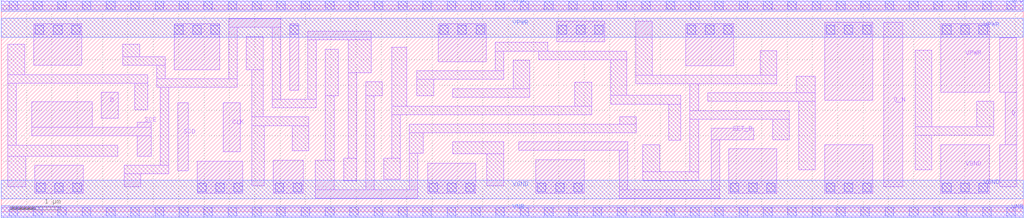
<source format=lef>
# Copyright 2020 The SkyWater PDK Authors
#
# Licensed under the Apache License, Version 2.0 (the "License");
# you may not use this file except in compliance with the License.
# You may obtain a copy of the License at
#
#     https://www.apache.org/licenses/LICENSE-2.0
#
# Unless required by applicable law or agreed to in writing, software
# distributed under the License is distributed on an "AS IS" BASIS,
# WITHOUT WARRANTIES OR CONDITIONS OF ANY KIND, either express or implied.
# See the License for the specific language governing permissions and
# limitations under the License.
#
# SPDX-License-Identifier: Apache-2.0

VERSION 5.7 ;
  NAMESCASESENSITIVE ON ;
  NOWIREEXTENSIONATPIN ON ;
  DIVIDERCHAR "/" ;
  BUSBITCHARS "[]" ;
UNITS
  DATABASE MICRONS 200 ;
END UNITS
MACRO sky130_fd_sc_hvl__sdfsbp_1
  CLASS CORE ;
  SOURCE USER ;
  FOREIGN sky130_fd_sc_hvl__sdfsbp_1 ;
  ORIGIN  0.000000  0.000000 ;
  SIZE  20.16000 BY  4.070000 ;
  SYMMETRY X Y ;
  SITE unithv ;
  PIN D
    ANTENNAGATEAREA  0.420000 ;
    DIRECTION INPUT ;
    USE SIGNAL ;
    PORT
      LAYER li1 ;
        RECT 1.975000 1.845000 2.305000 2.355000 ;
    END
  END D
  PIN Q
    ANTENNADIFFAREA  0.498750 ;
    DIRECTION OUTPUT ;
    USE SIGNAL ;
    PORT
      LAYER li1 ;
        RECT 19.700000 0.495000 20.035000 1.325000 ;
        RECT 19.700000 2.355000 20.035000 3.435000 ;
        RECT 19.805000 1.325000 20.035000 2.355000 ;
    END
  END Q
  PIN Q_N
    ANTENNADIFFAREA  0.611250 ;
    DIRECTION OUTPUT ;
    USE SIGNAL ;
    PORT
      LAYER li1 ;
        RECT 17.405000 0.495000 17.785000 3.735000 ;
    END
  END Q_N
  PIN SCD
    ANTENNAGATEAREA  0.420000 ;
    DIRECTION INPUT ;
    USE SIGNAL ;
    PORT
      LAYER li1 ;
        RECT 3.485000 0.810000 3.690000 2.150000 ;
    END
  END SCD
  PIN SCE
    ANTENNAGATEAREA  0.840000 ;
    DIRECTION INPUT ;
    USE SIGNAL ;
    PORT
      LAYER li1 ;
        RECT 0.605000 1.495000 2.955000 1.665000 ;
        RECT 0.605000 1.665000 1.795000 2.165000 ;
        RECT 2.680000 1.095000 2.955000 1.495000 ;
        RECT 2.680000 1.665000 2.955000 1.765000 ;
    END
  END SCE
  PIN SET_B
    ANTENNAGATEAREA  0.840000 ;
    DIRECTION INPUT ;
    USE SIGNAL ;
    PORT
      LAYER li1 ;
        RECT 10.205000 1.210000 12.355000 1.380000 ;
        RECT 12.185000 0.265000 14.170000 0.435000 ;
        RECT 12.185000 0.435000 12.355000 1.210000 ;
        RECT 14.000000 0.435000 14.170000 1.425000 ;
        RECT 14.000000 1.425000 14.845000 1.645000 ;
    END
  END SET_B
  PIN CLK
    ANTENNAGATEAREA  0.585000 ;
    DIRECTION INPUT ;
    USE CLOCK ;
    PORT
      LAYER li1 ;
        RECT 4.380000 1.180000 4.710000 2.150000 ;
    END
  END CLK
  PIN VGND
    DIRECTION INOUT ;
    USE GROUND ;
    PORT
      LAYER li1 ;
        RECT  0.665000 0.365000  1.615000 0.915000 ;
        RECT  3.870000 0.365000  4.760000 0.995000 ;
        RECT  5.370000 0.365000  5.960000 1.020000 ;
        RECT  8.410000 0.365000  9.360000 0.960000 ;
        RECT 10.545000 0.365000 11.495000 1.030000 ;
        RECT 14.350000 0.365000 15.300000 1.245000 ;
        RECT 16.240000 0.365000 17.190000 1.325000 ;
        RECT 18.535000 0.365000 19.485000 1.325000 ;
      LAYER mcon ;
        RECT  0.695000 0.395000  0.865000 0.565000 ;
        RECT  1.055000 0.395000  1.225000 0.565000 ;
        RECT  1.415000 0.395000  1.585000 0.565000 ;
        RECT  3.870000 0.395000  4.040000 0.565000 ;
        RECT  4.230000 0.395000  4.400000 0.565000 ;
        RECT  4.590000 0.395000  4.760000 0.565000 ;
        RECT  5.400000 0.395000  5.570000 0.565000 ;
        RECT  5.760000 0.395000  5.930000 0.565000 ;
        RECT  8.440000 0.395000  8.610000 0.565000 ;
        RECT  8.800000 0.395000  8.970000 0.565000 ;
        RECT  9.160000 0.395000  9.330000 0.565000 ;
        RECT 10.575000 0.395000 10.745000 0.565000 ;
        RECT 10.935000 0.395000 11.105000 0.565000 ;
        RECT 11.295000 0.395000 11.465000 0.565000 ;
        RECT 14.380000 0.395000 14.550000 0.565000 ;
        RECT 14.740000 0.395000 14.910000 0.565000 ;
        RECT 15.100000 0.395000 15.270000 0.565000 ;
        RECT 16.270000 0.395000 16.440000 0.565000 ;
        RECT 16.630000 0.395000 16.800000 0.565000 ;
        RECT 16.990000 0.395000 17.160000 0.565000 ;
        RECT 18.565000 0.395000 18.735000 0.565000 ;
        RECT 18.925000 0.395000 19.095000 0.565000 ;
        RECT 19.285000 0.395000 19.455000 0.565000 ;
      LAYER met1 ;
        RECT 0.000000 0.255000 20.160000 0.625000 ;
    END
  END VGND
  PIN VNB
    DIRECTION INOUT ;
    USE GROUND ;
    PORT
      LAYER li1 ;
        RECT 0.000000 -0.085000 20.160000 0.085000 ;
      LAYER mcon ;
        RECT  0.155000 -0.085000  0.325000 0.085000 ;
        RECT  0.635000 -0.085000  0.805000 0.085000 ;
        RECT  1.115000 -0.085000  1.285000 0.085000 ;
        RECT  1.595000 -0.085000  1.765000 0.085000 ;
        RECT  2.075000 -0.085000  2.245000 0.085000 ;
        RECT  2.555000 -0.085000  2.725000 0.085000 ;
        RECT  3.035000 -0.085000  3.205000 0.085000 ;
        RECT  3.515000 -0.085000  3.685000 0.085000 ;
        RECT  3.995000 -0.085000  4.165000 0.085000 ;
        RECT  4.475000 -0.085000  4.645000 0.085000 ;
        RECT  4.955000 -0.085000  5.125000 0.085000 ;
        RECT  5.435000 -0.085000  5.605000 0.085000 ;
        RECT  5.915000 -0.085000  6.085000 0.085000 ;
        RECT  6.395000 -0.085000  6.565000 0.085000 ;
        RECT  6.875000 -0.085000  7.045000 0.085000 ;
        RECT  7.355000 -0.085000  7.525000 0.085000 ;
        RECT  7.835000 -0.085000  8.005000 0.085000 ;
        RECT  8.315000 -0.085000  8.485000 0.085000 ;
        RECT  8.795000 -0.085000  8.965000 0.085000 ;
        RECT  9.275000 -0.085000  9.445000 0.085000 ;
        RECT  9.755000 -0.085000  9.925000 0.085000 ;
        RECT 10.235000 -0.085000 10.405000 0.085000 ;
        RECT 10.715000 -0.085000 10.885000 0.085000 ;
        RECT 11.195000 -0.085000 11.365000 0.085000 ;
        RECT 11.675000 -0.085000 11.845000 0.085000 ;
        RECT 12.155000 -0.085000 12.325000 0.085000 ;
        RECT 12.635000 -0.085000 12.805000 0.085000 ;
        RECT 13.115000 -0.085000 13.285000 0.085000 ;
        RECT 13.595000 -0.085000 13.765000 0.085000 ;
        RECT 14.075000 -0.085000 14.245000 0.085000 ;
        RECT 14.555000 -0.085000 14.725000 0.085000 ;
        RECT 15.035000 -0.085000 15.205000 0.085000 ;
        RECT 15.515000 -0.085000 15.685000 0.085000 ;
        RECT 15.995000 -0.085000 16.165000 0.085000 ;
        RECT 16.475000 -0.085000 16.645000 0.085000 ;
        RECT 16.955000 -0.085000 17.125000 0.085000 ;
        RECT 17.435000 -0.085000 17.605000 0.085000 ;
        RECT 17.915000 -0.085000 18.085000 0.085000 ;
        RECT 18.395000 -0.085000 18.565000 0.085000 ;
        RECT 18.875000 -0.085000 19.045000 0.085000 ;
        RECT 19.355000 -0.085000 19.525000 0.085000 ;
        RECT 19.835000 -0.085000 20.005000 0.085000 ;
      LAYER met1 ;
        RECT 0.000000 -0.115000 20.160000 0.115000 ;
    END
  END VNB
  PIN VPB
    DIRECTION INOUT ;
    USE POWER ;
    PORT
      LAYER li1 ;
        RECT 0.000000 3.985000 20.160000 4.155000 ;
      LAYER mcon ;
        RECT  0.155000 3.985000  0.325000 4.155000 ;
        RECT  0.635000 3.985000  0.805000 4.155000 ;
        RECT  1.115000 3.985000  1.285000 4.155000 ;
        RECT  1.595000 3.985000  1.765000 4.155000 ;
        RECT  2.075000 3.985000  2.245000 4.155000 ;
        RECT  2.555000 3.985000  2.725000 4.155000 ;
        RECT  3.035000 3.985000  3.205000 4.155000 ;
        RECT  3.515000 3.985000  3.685000 4.155000 ;
        RECT  3.995000 3.985000  4.165000 4.155000 ;
        RECT  4.475000 3.985000  4.645000 4.155000 ;
        RECT  4.955000 3.985000  5.125000 4.155000 ;
        RECT  5.435000 3.985000  5.605000 4.155000 ;
        RECT  5.915000 3.985000  6.085000 4.155000 ;
        RECT  6.395000 3.985000  6.565000 4.155000 ;
        RECT  6.875000 3.985000  7.045000 4.155000 ;
        RECT  7.355000 3.985000  7.525000 4.155000 ;
        RECT  7.835000 3.985000  8.005000 4.155000 ;
        RECT  8.315000 3.985000  8.485000 4.155000 ;
        RECT  8.795000 3.985000  8.965000 4.155000 ;
        RECT  9.275000 3.985000  9.445000 4.155000 ;
        RECT  9.755000 3.985000  9.925000 4.155000 ;
        RECT 10.235000 3.985000 10.405000 4.155000 ;
        RECT 10.715000 3.985000 10.885000 4.155000 ;
        RECT 11.195000 3.985000 11.365000 4.155000 ;
        RECT 11.675000 3.985000 11.845000 4.155000 ;
        RECT 12.155000 3.985000 12.325000 4.155000 ;
        RECT 12.635000 3.985000 12.805000 4.155000 ;
        RECT 13.115000 3.985000 13.285000 4.155000 ;
        RECT 13.595000 3.985000 13.765000 4.155000 ;
        RECT 14.075000 3.985000 14.245000 4.155000 ;
        RECT 14.555000 3.985000 14.725000 4.155000 ;
        RECT 15.035000 3.985000 15.205000 4.155000 ;
        RECT 15.515000 3.985000 15.685000 4.155000 ;
        RECT 15.995000 3.985000 16.165000 4.155000 ;
        RECT 16.475000 3.985000 16.645000 4.155000 ;
        RECT 16.955000 3.985000 17.125000 4.155000 ;
        RECT 17.435000 3.985000 17.605000 4.155000 ;
        RECT 17.915000 3.985000 18.085000 4.155000 ;
        RECT 18.395000 3.985000 18.565000 4.155000 ;
        RECT 18.875000 3.985000 19.045000 4.155000 ;
        RECT 19.355000 3.985000 19.525000 4.155000 ;
        RECT 19.835000 3.985000 20.005000 4.155000 ;
      LAYER met1 ;
        RECT 0.000000 3.955000 20.160000 4.185000 ;
    END
  END VPB
  PIN VPWR
    DIRECTION INOUT ;
    USE POWER ;
    PORT
      LAYER li1 ;
        RECT  0.640000 2.885000  1.590000 3.705000 ;
        RECT  3.415000 2.805000  4.305000 3.705000 ;
        RECT  5.695000 2.400000  5.865000 3.705000 ;
        RECT  8.615000 2.960000  9.565000 3.705000 ;
        RECT 10.955000 3.350000 11.905000 3.755000 ;
        RECT 13.500000 2.875000 14.450000 3.705000 ;
        RECT 16.240000 2.195000 17.190000 3.735000 ;
        RECT 18.535000 2.355000 19.485000 3.705000 ;
      LAYER mcon ;
        RECT  0.670000 3.505000  0.840000 3.675000 ;
        RECT  1.030000 3.505000  1.200000 3.675000 ;
        RECT  1.390000 3.505000  1.560000 3.675000 ;
        RECT  3.415000 3.505000  3.585000 3.675000 ;
        RECT  3.775000 3.505000  3.945000 3.675000 ;
        RECT  4.135000 3.505000  4.305000 3.675000 ;
        RECT  5.695000 3.505000  5.865000 3.675000 ;
        RECT  8.645000 3.505000  8.815000 3.675000 ;
        RECT  9.005000 3.505000  9.175000 3.675000 ;
        RECT  9.365000 3.505000  9.535000 3.675000 ;
        RECT 10.985000 3.505000 11.155000 3.675000 ;
        RECT 11.345000 3.505000 11.515000 3.675000 ;
        RECT 11.705000 3.505000 11.875000 3.675000 ;
        RECT 13.530000 3.505000 13.700000 3.675000 ;
        RECT 13.890000 3.505000 14.060000 3.675000 ;
        RECT 14.250000 3.505000 14.420000 3.675000 ;
        RECT 16.270000 3.505000 16.440000 3.675000 ;
        RECT 16.630000 3.505000 16.800000 3.675000 ;
        RECT 16.990000 3.505000 17.160000 3.675000 ;
        RECT 18.565000 3.505000 18.735000 3.675000 ;
        RECT 18.925000 3.505000 19.095000 3.675000 ;
        RECT 19.285000 3.505000 19.455000 3.675000 ;
      LAYER met1 ;
        RECT 0.000000 3.445000 20.160000 3.815000 ;
    END
  END VPWR
  OBS
    LAYER li1 ;
      RECT  0.130000 0.495000  0.485000 1.095000 ;
      RECT  0.130000 1.095000  2.300000 1.315000 ;
      RECT  0.130000 1.315000  0.300000 2.535000 ;
      RECT  0.130000 2.535000  2.885000 2.705000 ;
      RECT  0.130000 2.705000  0.460000 3.305000 ;
      RECT  2.400000 2.885000  3.235000 3.055000 ;
      RECT  2.400000 3.055000  2.730000 3.305000 ;
      RECT  2.425000 0.495000  2.755000 0.745000 ;
      RECT  2.425000 0.745000  3.305000 0.915000 ;
      RECT  2.635000 2.015000  2.885000 2.535000 ;
      RECT  3.065000 2.455000  4.655000 2.625000 ;
      RECT  3.065000 2.625000  3.235000 2.885000 ;
      RECT  3.135000 0.915000  3.305000 2.455000 ;
      RECT  4.485000 2.625000  4.655000 3.635000 ;
      RECT  4.485000 3.635000  5.515000 3.805000 ;
      RECT  4.835000 2.805000  5.165000 3.455000 ;
      RECT  4.940000 0.515000  5.190000 1.700000 ;
      RECT  4.940000 1.700000  6.065000 1.870000 ;
      RECT  4.940000 1.870000  5.165000 2.805000 ;
      RECT  5.345000 2.050000  6.215000 2.220000 ;
      RECT  5.345000 2.220000  5.515000 3.635000 ;
      RECT  5.735000 1.200000  6.065000 1.700000 ;
      RECT  6.045000 2.220000  6.215000 3.390000 ;
      RECT  6.045000 3.390000  7.295000 3.560000 ;
      RECT  6.190000 0.265000  8.220000 0.435000 ;
      RECT  6.190000 0.435000  6.565000 1.020000 ;
      RECT  6.395000 1.020000  6.565000 2.290000 ;
      RECT  6.395000 2.290000  6.645000 3.210000 ;
      RECT  6.760000 0.615000  7.010000 1.060000 ;
      RECT  6.840000 1.060000  7.010000 2.740000 ;
      RECT  6.840000 2.740000  7.295000 3.390000 ;
      RECT  7.190000 0.435000  7.360000 2.290000 ;
      RECT  7.190000 2.290000  7.520000 2.560000 ;
      RECT  7.540000 0.640000  7.870000 1.060000 ;
      RECT  7.700000 1.060000  7.870000 1.910000 ;
      RECT  7.700000 1.910000 11.645000 2.080000 ;
      RECT  7.700000 2.080000  7.995000 3.240000 ;
      RECT  8.050000 0.435000  8.220000 1.150000 ;
      RECT  8.050000 1.150000  8.325000 1.560000 ;
      RECT  8.050000 1.560000 12.530000 1.730000 ;
      RECT  8.200000 2.290000  8.530000 2.610000 ;
      RECT  8.200000 2.610000  9.915000 2.780000 ;
      RECT  8.910000 1.140000  9.910000 1.380000 ;
      RECT  8.910000 2.260000 10.425000 2.430000 ;
      RECT  9.580000 0.515000  9.910000 1.140000 ;
      RECT  9.745000 2.780000  9.915000 3.170000 ;
      RECT  9.745000 3.170000 10.775000 3.340000 ;
      RECT 10.095000 2.430000 10.425000 2.990000 ;
      RECT 10.605000 3.000000 12.335000 3.170000 ;
      RECT 11.315000 2.080000 11.645000 2.555000 ;
      RECT 12.025000 2.125000 13.405000 2.295000 ;
      RECT 12.025000 2.295000 12.335000 3.000000 ;
      RECT 12.200000 1.730000 12.530000 1.875000 ;
      RECT 12.515000 2.525000 15.300000 2.695000 ;
      RECT 12.515000 2.695000 12.845000 3.755000 ;
      RECT 12.655000 0.615000 13.755000 0.785000 ;
      RECT 12.655000 0.785000 12.985000 1.325000 ;
      RECT 13.165000 1.415000 13.405000 2.125000 ;
      RECT 13.585000 0.785000 13.755000 1.825000 ;
      RECT 13.585000 1.825000 15.545000 1.995000 ;
      RECT 13.585000 1.995000 13.755000 2.525000 ;
      RECT 13.935000 2.175000 16.060000 2.345000 ;
      RECT 14.970000 2.695000 15.300000 3.175000 ;
      RECT 15.215000 1.425000 15.545000 1.825000 ;
      RECT 15.685000 2.345000 16.060000 2.675000 ;
      RECT 15.730000 0.825000 16.060000 2.175000 ;
      RECT 18.025000 0.825000 18.355000 1.505000 ;
      RECT 18.025000 1.505000 19.575000 1.675000 ;
      RECT 18.025000 1.675000 18.355000 3.185000 ;
      RECT 19.245000 1.675000 19.575000 2.175000 ;
  END
END sky130_fd_sc_hvl__sdfsbp_1

</source>
